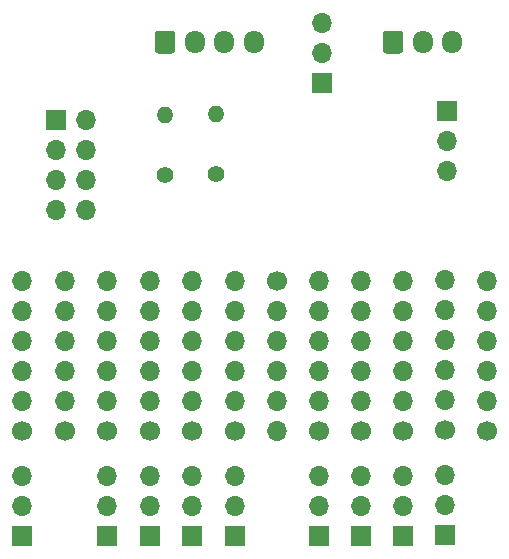
<source format=gbl>
G04 #@! TF.GenerationSoftware,KiCad,Pcbnew,8.0.4-8.0.4-0~ubuntu24.04.1*
G04 #@! TF.CreationDate,2024-07-23T19:16:06+03:00*
G04 #@! TF.ProjectId,stripe_board,73747269-7065-45f6-926f-6172642e6b69,rev?*
G04 #@! TF.SameCoordinates,Original*
G04 #@! TF.FileFunction,Copper,L2,Bot*
G04 #@! TF.FilePolarity,Positive*
%FSLAX46Y46*%
G04 Gerber Fmt 4.6, Leading zero omitted, Abs format (unit mm)*
G04 Created by KiCad (PCBNEW 8.0.4-8.0.4-0~ubuntu24.04.1) date 2024-07-23 19:16:06*
%MOMM*%
%LPD*%
G01*
G04 APERTURE LIST*
G04 #@! TA.AperFunction,ComponentPad*
%ADD10C,1.700000*%
G04 #@! TD*
G04 #@! TA.AperFunction,ComponentPad*
%ADD11O,1.700000X1.700000*%
G04 #@! TD*
G04 #@! TA.AperFunction,ComponentPad*
%ADD12R,1.700000X1.700000*%
G04 #@! TD*
G04 #@! TA.AperFunction,ComponentPad*
%ADD13O,1.700000X1.950000*%
G04 #@! TD*
G04 #@! TA.AperFunction,ComponentPad*
%ADD14C,1.400000*%
G04 #@! TD*
G04 #@! TA.AperFunction,ComponentPad*
%ADD15O,1.400000X1.400000*%
G04 #@! TD*
G04 APERTURE END LIST*
D10*
G04 #@! TO.P,J19,1,Pin_1*
G04 #@! TO.N,GND*
X41786362Y-36921963D03*
D11*
X41786362Y-34381963D03*
X41786362Y-31841963D03*
X41786362Y-29301963D03*
X41786362Y-26761963D03*
X41786362Y-24221963D03*
G04 #@! TD*
D12*
G04 #@! TO.P,Srv10,1,GND*
G04 #@! TO.N,GND*
X2400000Y-45790000D03*
D11*
G04 #@! TO.P,Srv10,2,5v*
G04 #@! TO.N,5V*
X2400000Y-43250000D03*
G04 #@! TO.P,Srv10,3,PWM*
G04 #@! TO.N,PWM1*
X2400000Y-40710000D03*
G04 #@! TD*
D12*
G04 #@! TO.P,J20,1,Pin_1*
G04 #@! TO.N,PWM1*
X5260000Y-10600000D03*
D11*
G04 #@! TO.P,J20,2,Pin_2*
G04 #@! TO.N,PWM2*
X7800000Y-10600000D03*
G04 #@! TO.P,J20,3,Pin_3*
G04 #@! TO.N,5V*
X5260000Y-13140000D03*
G04 #@! TO.P,J20,4,Pin_4*
X7800000Y-13140000D03*
G04 #@! TO.P,J20,5,Pin_5*
G04 #@! TO.N,Net-(J20-Pin_5)*
X5260000Y-15680000D03*
G04 #@! TO.P,J20,6,Pin_6*
X7800000Y-15680000D03*
G04 #@! TO.P,J20,7,Pin_7*
G04 #@! TO.N,GND*
X5260000Y-18220000D03*
G04 #@! TO.P,J20,8,Pin_8*
G04 #@! TO.N,5V*
X7800000Y-18220000D03*
G04 #@! TD*
D10*
G04 #@! TO.P,J6,1,Pin_1*
G04 #@! TO.N,/PD7*
X34669075Y-36900000D03*
D11*
X34669075Y-34360000D03*
X34669075Y-31820000D03*
X34669075Y-29280000D03*
X34669075Y-26740000D03*
X34669075Y-24200000D03*
G04 #@! TD*
G04 #@! TO.P,J17,1,Pin_1*
G04 #@! TO.N,GND*
G04 #@! TA.AperFunction,ComponentPad*
G36*
G01*
X13650000Y-4725000D02*
X13650000Y-3275000D01*
G75*
G02*
X13900000Y-3025000I250000J0D01*
G01*
X15100000Y-3025000D01*
G75*
G02*
X15350000Y-3275000I0J-250000D01*
G01*
X15350000Y-4725000D01*
G75*
G02*
X15100000Y-4975000I-250000J0D01*
G01*
X13900000Y-4975000D01*
G75*
G02*
X13650000Y-4725000I0J250000D01*
G01*
G37*
G04 #@! TD.AperFunction*
D13*
G04 #@! TO.P,J17,2,Pin_2*
G04 #@! TO.N,SCL*
X17000000Y-4000000D03*
G04 #@! TO.P,J17,3,Pin_3*
G04 #@! TO.N,SDA*
X19500000Y-4000000D03*
G04 #@! TO.P,J17,4,Pin_4*
G04 #@! TO.N,5V*
X22000000Y-4000000D03*
G04 #@! TD*
D12*
G04 #@! TO.P,Srv7,1,GND*
G04 #@! TO.N,GND*
X38227207Y-45737473D03*
D11*
G04 #@! TO.P,Srv7,2,5v*
G04 #@! TO.N,5V*
X38227207Y-43197473D03*
G04 #@! TO.P,Srv7,3,PWM*
G04 #@! TO.N,/PA1*
X38227207Y-40657473D03*
G04 #@! TD*
D12*
G04 #@! TO.P,Srv9,1,GND*
G04 #@! TO.N,GND*
X9600000Y-45790000D03*
D11*
G04 #@! TO.P,Srv9,2,5v*
G04 #@! TO.N,5V*
X9600000Y-43250000D03*
G04 #@! TO.P,Srv9,3,PWM*
G04 #@! TO.N,PWM2*
X9600000Y-40710000D03*
G04 #@! TD*
D10*
G04 #@! TO.P,J3,1,Pin_1*
G04 #@! TO.N,/PD4*
X20400000Y-36900000D03*
D11*
X20400000Y-34360000D03*
X20400000Y-31820000D03*
X20400000Y-29280000D03*
X20400000Y-26740000D03*
X20400000Y-24200000D03*
G04 #@! TD*
D14*
G04 #@! TO.P,R1,1*
G04 #@! TO.N,5V*
X14450000Y-15280000D03*
D15*
G04 #@! TO.P,R1,2*
G04 #@! TO.N,SCL*
X14450000Y-10200000D03*
G04 #@! TD*
D10*
G04 #@! TO.P,J2,1,Pin_1*
G04 #@! TO.N,/PA1*
X38227207Y-36847473D03*
D11*
X38227207Y-34307473D03*
X38227207Y-31767473D03*
X38227207Y-29227473D03*
X38227207Y-26687473D03*
X38227207Y-24147473D03*
G04 #@! TD*
D14*
G04 #@! TO.P,R2,1*
G04 #@! TO.N,5V*
X18800000Y-15200000D03*
D15*
G04 #@! TO.P,R2,2*
G04 #@! TO.N,SDA*
X18800000Y-10120000D03*
G04 #@! TD*
D10*
G04 #@! TO.P,J10,1,Pin_1*
G04 #@! TO.N,/PC5*
X13200000Y-36900000D03*
D11*
X13200000Y-34360000D03*
X13200000Y-31820000D03*
X13200000Y-29280000D03*
X13200000Y-26740000D03*
X13200000Y-24200000D03*
G04 #@! TD*
D12*
G04 #@! TO.P,J16,1,Pin_1*
G04 #@! TO.N,SWIO*
X27800000Y-7480000D03*
D11*
G04 #@! TO.P,J16,2,Pin_2*
G04 #@! TO.N,5V*
X27800000Y-4940000D03*
G04 #@! TO.P,J16,3,Pin_3*
G04 #@! TO.N,GND*
X27800000Y-2400000D03*
G04 #@! TD*
D10*
G04 #@! TO.P,J1,1,Pin_1*
G04 #@! TO.N,GND*
X6000000Y-36900000D03*
D11*
X6000000Y-34360000D03*
X6000000Y-31820000D03*
X6000000Y-29280000D03*
X6000000Y-26740000D03*
X6000000Y-24200000D03*
G04 #@! TD*
D10*
G04 #@! TO.P,J9,1,Pin_1*
G04 #@! TO.N,/PC7*
X16800000Y-36900000D03*
D11*
X16800000Y-34360000D03*
X16800000Y-31820000D03*
X16800000Y-29280000D03*
X16800000Y-26740000D03*
X16800000Y-24200000D03*
G04 #@! TD*
D12*
G04 #@! TO.P,Srv1,1,GND*
G04 #@! TO.N,GND*
X34669075Y-45790000D03*
D11*
G04 #@! TO.P,Srv1,2,5v*
G04 #@! TO.N,5V*
X34669075Y-43250000D03*
G04 #@! TO.P,Srv1,3,PWM*
G04 #@! TO.N,/PD7*
X34669075Y-40710000D03*
G04 #@! TD*
D10*
G04 #@! TO.P,J4,1,Pin_1*
G04 #@! TO.N,/PD5*
X27544045Y-36900309D03*
D11*
X27544045Y-34360309D03*
X27544045Y-31820309D03*
X27544045Y-29280309D03*
X27544045Y-26740309D03*
X27544045Y-24200309D03*
G04 #@! TD*
D12*
G04 #@! TO.P,Srv6,1,GND*
G04 #@! TO.N,GND*
X13200000Y-45790000D03*
D11*
G04 #@! TO.P,Srv6,2,5v*
G04 #@! TO.N,5V*
X13200000Y-43250000D03*
G04 #@! TO.P,Srv6,3,PWM*
G04 #@! TO.N,/PC5*
X13200000Y-40710000D03*
G04 #@! TD*
D10*
G04 #@! TO.P,J5,1,Pin_1*
G04 #@! TO.N,/PD6*
X31113498Y-36900000D03*
D11*
X31113498Y-34360000D03*
X31113498Y-31820000D03*
X31113498Y-29280000D03*
X31113498Y-26740000D03*
X31113498Y-24200000D03*
G04 #@! TD*
D10*
G04 #@! TO.P,J12,1,Pin_1*
G04 #@! TO.N,PWM1*
X2400000Y-36900000D03*
D11*
X2400000Y-34360000D03*
X2400000Y-31820000D03*
X2400000Y-29280000D03*
X2400000Y-26740000D03*
X2400000Y-24200000D03*
G04 #@! TD*
D12*
G04 #@! TO.P,Srv8,1,GND*
G04 #@! TO.N,GND*
X38400000Y-9800000D03*
D11*
G04 #@! TO.P,Srv8,2,5v*
G04 #@! TO.N,5V*
X38400000Y-12340000D03*
G04 #@! TO.P,Srv8,3,PWM*
G04 #@! TO.N,/PA2*
X38400000Y-14880000D03*
G04 #@! TD*
D12*
G04 #@! TO.P,Srv4,1,GND*
G04 #@! TO.N,GND*
X20400000Y-45790000D03*
D11*
G04 #@! TO.P,Srv4,2,5v*
G04 #@! TO.N,5V*
X20400000Y-43250000D03*
G04 #@! TO.P,Srv4,3,PWM*
G04 #@! TO.N,/PD4*
X20400000Y-40710000D03*
G04 #@! TD*
D10*
G04 #@! TO.P,J18,1,Pin_1*
G04 #@! TO.N,5V*
X24006151Y-24233487D03*
D11*
X24006151Y-26773487D03*
X24006151Y-29313487D03*
X24006151Y-31853487D03*
X24006151Y-34393487D03*
X24006151Y-36933487D03*
G04 #@! TD*
D12*
G04 #@! TO.P,Srv2,1,GND*
G04 #@! TO.N,GND*
X31113498Y-45790000D03*
D11*
G04 #@! TO.P,Srv2,2,5v*
G04 #@! TO.N,5V*
X31113498Y-43250000D03*
G04 #@! TO.P,Srv2,3,PWM*
G04 #@! TO.N,/PD6*
X31113498Y-40710000D03*
G04 #@! TD*
D10*
G04 #@! TO.P,J11,1,Pin_1*
G04 #@! TO.N,PWM2*
X9600000Y-36900000D03*
D11*
X9600000Y-34360000D03*
X9600000Y-31820000D03*
X9600000Y-29280000D03*
X9600000Y-26740000D03*
X9600000Y-24200000D03*
G04 #@! TD*
G04 #@! TO.P,J13,1,Pin_1*
G04 #@! TO.N,GND*
G04 #@! TA.AperFunction,ComponentPad*
G36*
G01*
X32950000Y-4725000D02*
X32950000Y-3275000D01*
G75*
G02*
X33200000Y-3025000I250000J0D01*
G01*
X34400000Y-3025000D01*
G75*
G02*
X34650000Y-3275000I0J-250000D01*
G01*
X34650000Y-4725000D01*
G75*
G02*
X34400000Y-4975000I-250000J0D01*
G01*
X33200000Y-4975000D01*
G75*
G02*
X32950000Y-4725000I0J250000D01*
G01*
G37*
G04 #@! TD.AperFunction*
D13*
G04 #@! TO.P,J13,2,Pin_2*
G04 #@! TO.N,5V*
X36300000Y-4000000D03*
G04 #@! TO.P,J13,3,Pin_3*
G04 #@! TO.N,RC_IN*
X38800000Y-4000000D03*
G04 #@! TD*
D12*
G04 #@! TO.P,Srv5,1,GND*
G04 #@! TO.N,GND*
X16800000Y-45790000D03*
D11*
G04 #@! TO.P,Srv5,2,5v*
G04 #@! TO.N,5V*
X16800000Y-43250000D03*
G04 #@! TO.P,Srv5,3,PWM*
G04 #@! TO.N,/PC7*
X16800000Y-40710000D03*
G04 #@! TD*
D12*
G04 #@! TO.P,Srv3,1,GND*
G04 #@! TO.N,GND*
X27544045Y-45790309D03*
D11*
G04 #@! TO.P,Srv3,2,5v*
G04 #@! TO.N,5V*
X27544045Y-43250309D03*
G04 #@! TO.P,Srv3,3,PWM*
G04 #@! TO.N,/PD5*
X27544045Y-40710309D03*
G04 #@! TD*
M02*

</source>
